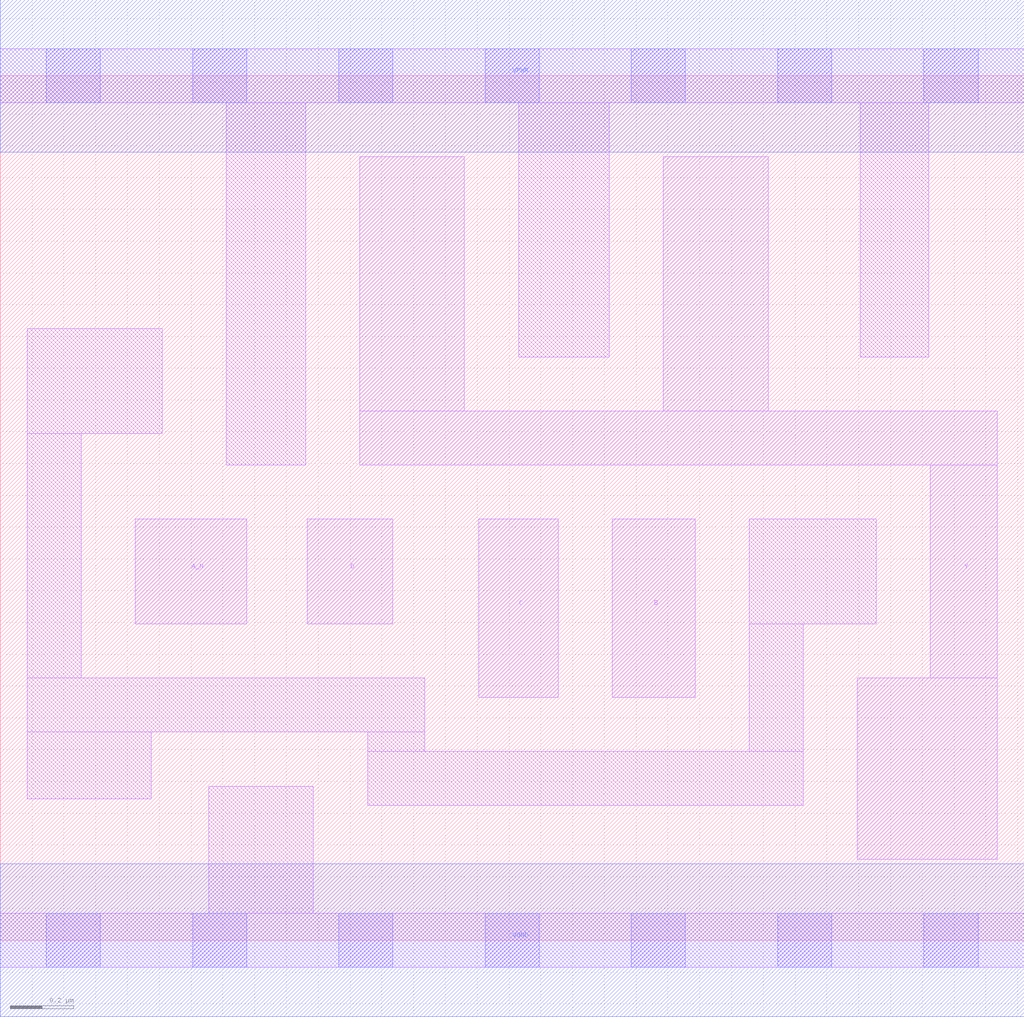
<source format=lef>
# Copyright 2020 The SkyWater PDK Authors
#
# Licensed under the Apache License, Version 2.0 (the "License");
# you may not use this file except in compliance with the License.
# You may obtain a copy of the License at
#
#     https://www.apache.org/licenses/LICENSE-2.0
#
# Unless required by applicable law or agreed to in writing, software
# distributed under the License is distributed on an "AS IS" BASIS,
# WITHOUT WARRANTIES OR CONDITIONS OF ANY KIND, either express or implied.
# See the License for the specific language governing permissions and
# limitations under the License.
#
# SPDX-License-Identifier: Apache-2.0

VERSION 5.7 ;
  NOWIREEXTENSIONATPIN ON ;
  DIVIDERCHAR "/" ;
  BUSBITCHARS "[]" ;
UNITS
  DATABASE MICRONS 200 ;
END UNITS
MACRO sky130_fd_sc_hd__nand4b_1
  CLASS CORE ;
  FOREIGN sky130_fd_sc_hd__nand4b_1 ;
  ORIGIN  0.000000  0.000000 ;
  SIZE  3.220000 BY  2.720000 ;
  SYMMETRY X Y R90 ;
  SITE unithd ;
  PIN A_N
    ANTENNAGATEAREA  0.126000 ;
    DIRECTION INPUT ;
    USE SIGNAL ;
    PORT
      LAYER li1 ;
        RECT 0.425000 0.995000 0.775000 1.325000 ;
    END
  END A_N
  PIN B
    ANTENNAGATEAREA  0.247500 ;
    DIRECTION INPUT ;
    USE SIGNAL ;
    PORT
      LAYER li1 ;
        RECT 1.925000 0.765000 2.185000 1.325000 ;
    END
  END B
  PIN C
    ANTENNAGATEAREA  0.247500 ;
    DIRECTION INPUT ;
    USE SIGNAL ;
    PORT
      LAYER li1 ;
        RECT 1.505000 0.765000 1.755000 1.325000 ;
    END
  END C
  PIN D
    ANTENNAGATEAREA  0.247500 ;
    DIRECTION INPUT ;
    USE SIGNAL ;
    PORT
      LAYER li1 ;
        RECT 0.965000 0.995000 1.235000 1.325000 ;
    END
  END D
  PIN Y
    ANTENNADIFFAREA  0.887500 ;
    DIRECTION OUTPUT ;
    USE SIGNAL ;
    PORT
      LAYER li1 ;
        RECT 1.130000 1.495000 3.135000 1.665000 ;
        RECT 1.130000 1.665000 1.460000 2.465000 ;
        RECT 2.085000 1.665000 2.415000 2.465000 ;
        RECT 2.695000 0.255000 3.135000 0.825000 ;
        RECT 2.925000 0.825000 3.135000 1.495000 ;
    END
  END Y
  PIN VGND
    DIRECTION INOUT ;
    SHAPE ABUTMENT ;
    USE GROUND ;
    PORT
      LAYER met1 ;
        RECT 0.000000 -0.240000 3.220000 0.240000 ;
    END
  END VGND
  PIN VPWR
    DIRECTION INOUT ;
    SHAPE ABUTMENT ;
    USE POWER ;
    PORT
      LAYER met1 ;
        RECT 0.000000 2.480000 3.220000 2.960000 ;
    END
  END VPWR
  OBS
    LAYER li1 ;
      RECT 0.000000 -0.085000 3.220000 0.085000 ;
      RECT 0.000000  2.635000 3.220000 2.805000 ;
      RECT 0.085000  0.445000 0.475000 0.655000 ;
      RECT 0.085000  0.655000 1.335000 0.825000 ;
      RECT 0.085000  0.825000 0.255000 1.595000 ;
      RECT 0.085000  1.595000 0.510000 1.925000 ;
      RECT 0.655000  0.085000 0.985000 0.485000 ;
      RECT 0.710000  1.495000 0.960000 2.635000 ;
      RECT 1.155000  0.425000 2.525000 0.595000 ;
      RECT 1.155000  0.595000 1.335000 0.655000 ;
      RECT 1.630000  1.835000 1.915000 2.635000 ;
      RECT 2.355000  0.595000 2.525000 0.995000 ;
      RECT 2.355000  0.995000 2.755000 1.325000 ;
      RECT 2.705000  1.835000 2.920000 2.635000 ;
    LAYER mcon ;
      RECT 0.145000 -0.085000 0.315000 0.085000 ;
      RECT 0.145000  2.635000 0.315000 2.805000 ;
      RECT 0.605000 -0.085000 0.775000 0.085000 ;
      RECT 0.605000  2.635000 0.775000 2.805000 ;
      RECT 1.065000 -0.085000 1.235000 0.085000 ;
      RECT 1.065000  2.635000 1.235000 2.805000 ;
      RECT 1.525000 -0.085000 1.695000 0.085000 ;
      RECT 1.525000  2.635000 1.695000 2.805000 ;
      RECT 1.985000 -0.085000 2.155000 0.085000 ;
      RECT 1.985000  2.635000 2.155000 2.805000 ;
      RECT 2.445000 -0.085000 2.615000 0.085000 ;
      RECT 2.445000  2.635000 2.615000 2.805000 ;
      RECT 2.905000 -0.085000 3.075000 0.085000 ;
      RECT 2.905000  2.635000 3.075000 2.805000 ;
  END
END sky130_fd_sc_hd__nand4b_1
END LIBRARY

</source>
